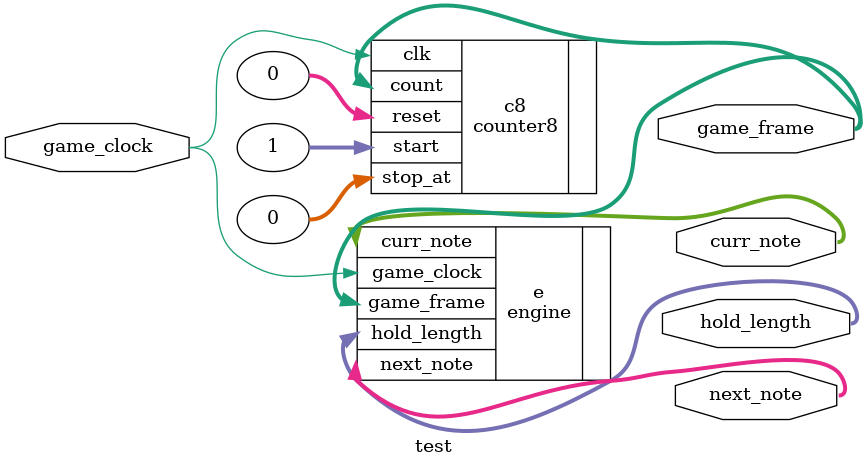
<source format=v>
module test(
	input game_clock, 
	output [11:0] curr_note, next_note, output [3:0] hold_length, output [7:0] game_frame
);
	
	counter8 c8(.clk(game_clock), .reset(0), .start(1), .stop_at(0), .count(game_frame));

	engine e(
		.game_frame(game_frame), .game_clock(game_clock),
		.curr_note(curr_note), .next_note(next_note), .hold_length(hold_length)
		);

endmodule

</source>
